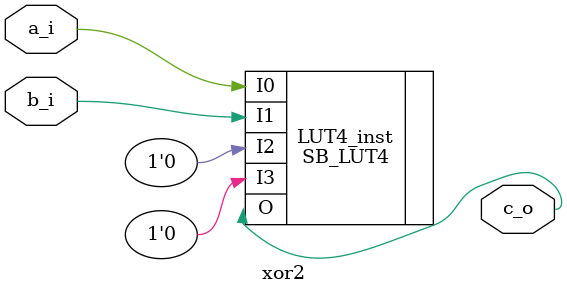
<source format=sv>
module xor2
  (input [0:0] a_i
  ,input [0:0] b_i
  ,output [0:0] c_o);

   // Your code here:
  SB_LUT4 
  #(.LUT_INIT(16'b0000_0000_0000_0110))
  LUT4_inst
  (.O(c_o)
  ,.I0(a_i)
  ,.I1(b_i)
  ,.I2(1'b0)
  ,.I3(1'b0)
  );
endmodule

</source>
